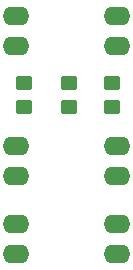
<source format=gbr>
%TF.GenerationSoftware,KiCad,Pcbnew,7.0.9*%
%TF.CreationDate,2024-02-03T16:27:08+01:00*%
%TF.ProjectId,PC-Power-Control,50432d50-6f77-4657-922d-436f6e74726f,rev?*%
%TF.SameCoordinates,Original*%
%TF.FileFunction,Paste,Top*%
%TF.FilePolarity,Positive*%
%FSLAX46Y46*%
G04 Gerber Fmt 4.6, Leading zero omitted, Abs format (unit mm)*
G04 Created by KiCad (PCBNEW 7.0.9) date 2024-02-03 16:27:08*
%MOMM*%
%LPD*%
G01*
G04 APERTURE LIST*
G04 Aperture macros list*
%AMRoundRect*
0 Rectangle with rounded corners*
0 $1 Rounding radius*
0 $2 $3 $4 $5 $6 $7 $8 $9 X,Y pos of 4 corners*
0 Add a 4 corners polygon primitive as box body*
4,1,4,$2,$3,$4,$5,$6,$7,$8,$9,$2,$3,0*
0 Add four circle primitives for the rounded corners*
1,1,$1+$1,$2,$3*
1,1,$1+$1,$4,$5*
1,1,$1+$1,$6,$7*
1,1,$1+$1,$8,$9*
0 Add four rect primitives between the rounded corners*
20,1,$1+$1,$2,$3,$4,$5,0*
20,1,$1+$1,$4,$5,$6,$7,0*
20,1,$1+$1,$6,$7,$8,$9,0*
20,1,$1+$1,$8,$9,$2,$3,0*%
G04 Aperture macros list end*
%ADD10O,2.250000X1.600000*%
%ADD11RoundRect,0.250000X-0.450000X0.350000X-0.450000X-0.350000X0.450000X-0.350000X0.450000X0.350000X0*%
%ADD12RoundRect,0.250000X0.450000X-0.350000X0.450000X0.350000X-0.450000X0.350000X-0.450000X-0.350000X0*%
G04 APERTURE END LIST*
D10*
%TO.C,U3*%
X81144000Y-69723000D03*
X81144000Y-67183000D03*
X72644000Y-67183000D03*
X72644000Y-69723000D03*
%TD*%
%TO.C,U2*%
X72644000Y-49530000D03*
X72644000Y-52070000D03*
X81144000Y-52070000D03*
X81144000Y-49530000D03*
%TD*%
%TO.C,U1*%
X72644000Y-60579000D03*
X72644000Y-63119000D03*
X81144000Y-63119000D03*
X81144000Y-60579000D03*
%TD*%
D11*
%TO.C,R3*%
X80772000Y-57277000D03*
X80772000Y-55277000D03*
%TD*%
%TO.C,R2*%
X73279000Y-55277000D03*
X73279000Y-57277000D03*
%TD*%
D12*
%TO.C,R1*%
X77089000Y-57277000D03*
X77089000Y-55277000D03*
%TD*%
M02*

</source>
